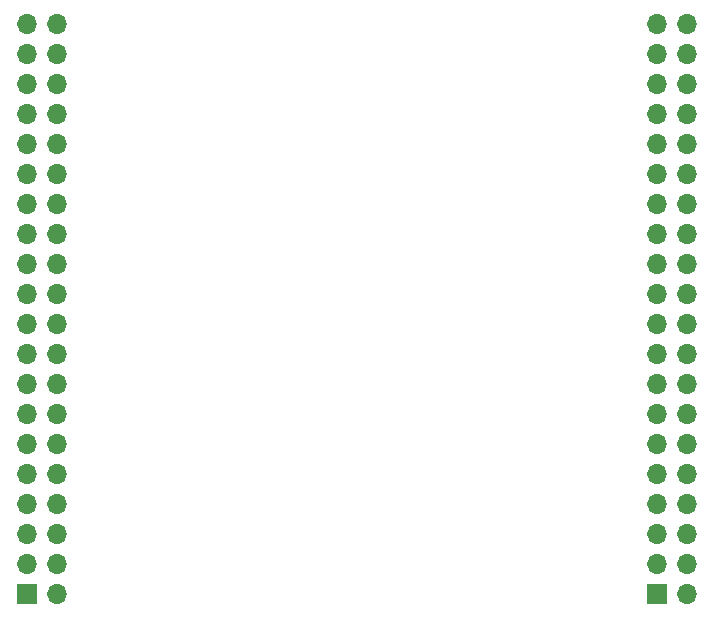
<source format=gbr>
%TF.GenerationSoftware,KiCad,Pcbnew,(5.1.10)-1*%
%TF.CreationDate,2022-02-03T10:32:43+01:00*%
%TF.ProjectId,IDE-Adapter,4944452d-4164-4617-9074-65722e6b6963,rev?*%
%TF.SameCoordinates,Original*%
%TF.FileFunction,Soldermask,Top*%
%TF.FilePolarity,Negative*%
%FSLAX46Y46*%
G04 Gerber Fmt 4.6, Leading zero omitted, Abs format (unit mm)*
G04 Created by KiCad (PCBNEW (5.1.10)-1) date 2022-02-03 10:32:43*
%MOMM*%
%LPD*%
G01*
G04 APERTURE LIST*
%ADD10R,1.700000X1.700000*%
%ADD11O,1.700000X1.700000*%
G04 APERTURE END LIST*
D10*
%TO.C,J1*%
X92710000Y-121920000D03*
D11*
X95250000Y-121920000D03*
X92710000Y-119380000D03*
X95250000Y-119380000D03*
X92710000Y-116840000D03*
X95250000Y-116840000D03*
X92710000Y-114300000D03*
X95250000Y-114300000D03*
X92710000Y-111760000D03*
X95250000Y-111760000D03*
X92710000Y-109220000D03*
X95250000Y-109220000D03*
X92710000Y-106680000D03*
X95250000Y-106680000D03*
X92710000Y-104140000D03*
X95250000Y-104140000D03*
X92710000Y-101600000D03*
X95250000Y-101600000D03*
X92710000Y-99060000D03*
X95250000Y-99060000D03*
X92710000Y-96520000D03*
X95250000Y-96520000D03*
X92710000Y-93980000D03*
X95250000Y-93980000D03*
X92710000Y-91440000D03*
X95250000Y-91440000D03*
X92710000Y-88900000D03*
X95250000Y-88900000D03*
X92710000Y-86360000D03*
X95250000Y-86360000D03*
X92710000Y-83820000D03*
X95250000Y-83820000D03*
X92710000Y-81280000D03*
X95250000Y-81280000D03*
X92710000Y-78740000D03*
X95250000Y-78740000D03*
X92710000Y-76200000D03*
X95250000Y-76200000D03*
X92710000Y-73660000D03*
X95250000Y-73660000D03*
%TD*%
D10*
%TO.C,J2*%
X146050000Y-121920000D03*
D11*
X148590000Y-121920000D03*
X146050000Y-119380000D03*
X148590000Y-119380000D03*
X146050000Y-116840000D03*
X148590000Y-116840000D03*
X146050000Y-114300000D03*
X148590000Y-114300000D03*
X146050000Y-111760000D03*
X148590000Y-111760000D03*
X146050000Y-109220000D03*
X148590000Y-109220000D03*
X146050000Y-106680000D03*
X148590000Y-106680000D03*
X146050000Y-104140000D03*
X148590000Y-104140000D03*
X146050000Y-101600000D03*
X148590000Y-101600000D03*
X146050000Y-99060000D03*
X148590000Y-99060000D03*
X146050000Y-96520000D03*
X148590000Y-96520000D03*
X146050000Y-93980000D03*
X148590000Y-93980000D03*
X146050000Y-91440000D03*
X148590000Y-91440000D03*
X146050000Y-88900000D03*
X148590000Y-88900000D03*
X146050000Y-86360000D03*
X148590000Y-86360000D03*
X146050000Y-83820000D03*
X148590000Y-83820000D03*
X146050000Y-81280000D03*
X148590000Y-81280000D03*
X146050000Y-78740000D03*
X148590000Y-78740000D03*
X146050000Y-76200000D03*
X148590000Y-76200000D03*
X146050000Y-73660000D03*
X148590000Y-73660000D03*
%TD*%
M02*

</source>
